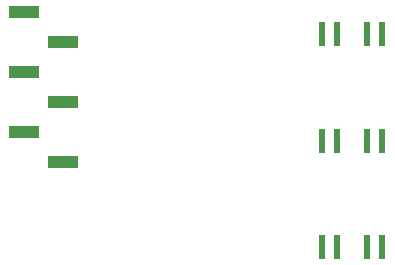
<source format=gbr>
G04 #@! TF.FileFunction,Paste,Bot*
%FSLAX46Y46*%
G04 Gerber Fmt 4.6, Leading zero omitted, Abs format (unit mm)*
G04 Created by KiCad (PCBNEW 4.0.7-e2-6376~58~ubuntu14.04.1) date Sat Jul 14 10:26:38 2018*
%MOMM*%
%LPD*%
G01*
G04 APERTURE LIST*
%ADD10C,0.100000*%
%ADD11R,0.500000X2.000000*%
%ADD12R,2.510000X1.000000*%
G04 APERTURE END LIST*
D10*
D11*
X105500000Y-107000000D03*
X104230000Y-107000000D03*
X101690000Y-107000000D03*
X100420000Y-107000000D03*
X105500000Y-116000000D03*
X104230000Y-116000000D03*
X101690000Y-116000000D03*
X100420000Y-116000000D03*
X105500000Y-98000000D03*
X104230000Y-98000000D03*
X101690000Y-98000000D03*
X100420000Y-98000000D03*
D12*
X75170000Y-106310000D03*
X75170000Y-101230000D03*
X75170000Y-96150000D03*
X78480000Y-108850000D03*
X78480000Y-103770000D03*
X78480000Y-98690000D03*
M02*

</source>
